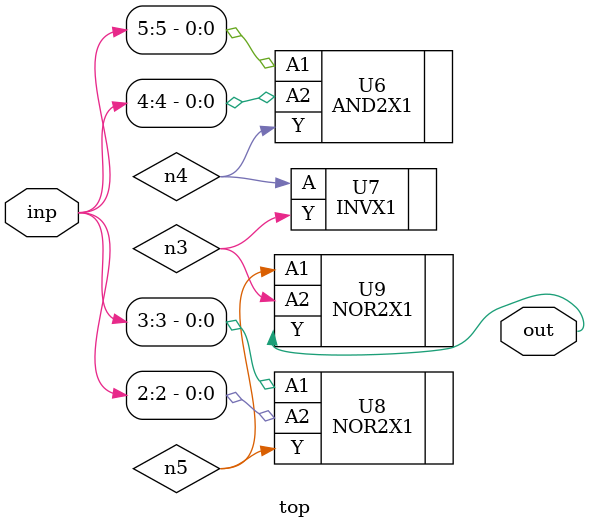
<source format=sv>


module top ( inp, out );
  input [5:0] inp;
  output out;
  wire   n3, n4, n5;

  AND2X1 U6 ( .A1(inp[5]), .A2(inp[4]), .Y(n4) );
  INVX1 U7 ( .A(n4), .Y(n3) );
  NOR2X1 U8 ( .A1(inp[3]), .A2(inp[2]), .Y(n5) );
  NOR2X1 U9 ( .A1(n5), .A2(n3), .Y(out) );
endmodule


</source>
